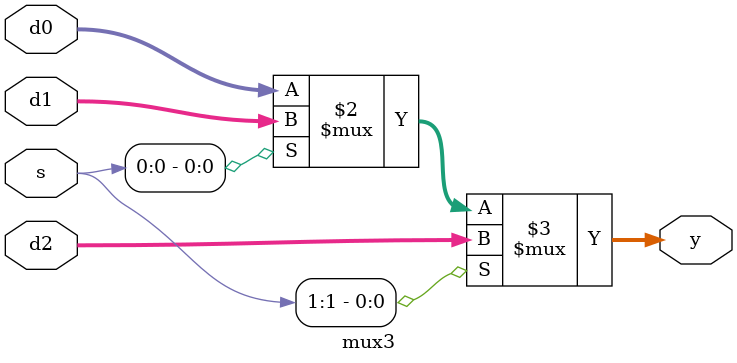
<source format=sv>
`timescale 1ns/1ps
module mux3 #(parameter WIDTH=8)
             (input  logic [WIDTH-1:0] d0, d1, d2,
              input  logic [1:0]       s,
              output logic [WIDTH-1:0] y);
  assign y = s[1] ? (s[0] ? d2 : d2)
                  : (s[0] ? d1 : d0);
endmodule

</source>
